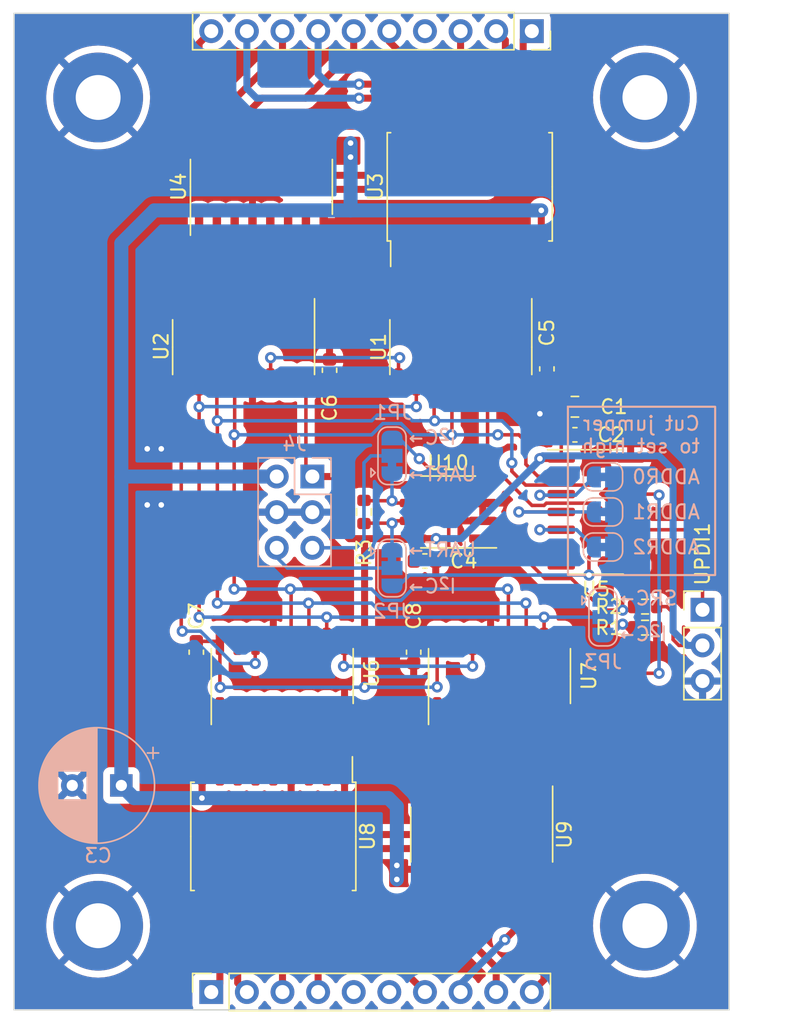
<source format=kicad_pcb>
(kicad_pcb (version 20221018) (generator pcbnew)
  (layers (0 "F.Cu" signal) (31 "B.Cu" signal) (34 "B.Paste" user) (35 "F.Paste" user) (36 "B.SilkS" user "B.Silkscreen") (37 "F.SilkS" user "F.Silkscreen") (38 "B.Mask" user) (39 "F.Mask" user) (44 "Edge.Cuts" user))
  (net 0 "")
  (net 1 "Net-(ADDR1-A)")
  (net 2 "GND")
  (net 3 "Net-(ADDR2-A)")
  (net 4 "VCC")
  (net 5 "Vdrive")
  (net 6 "/~{RST}{slash}UPDI")
  (net 7 "/SA")
  (net 8 "/SB")
  (net 9 "/SC")
  (net 10 "/SD")
  (net 11 "/C4H")
  (net 12 "/C4L")
  (net 13 "/C5H")
  (net 14 "/C5L")
  (net 15 "/SG")
  (net 16 "/SF")
  (net 17 "/SE")
  (net 19 "/C3H")
  (net 20 "/C3L")
  (net 21 "/C2H")
  (net 22 "/C2L")
  (net 23 "/C1H")
  (net 24 "/C1L")
  (net 25 "/RS485_A")
  (net 26 "/I^{2}C_SDA")
  (net 27 "/RS485_B")
  (net 28 "/I^{2}C_SCL")
  (net 29 "/~{SRCLR}")
  (net 30 "/D1")
  (net 31 "/D2")
  (net 32 "/D3")
  (net 33 "/D4")
  (net 34 "/D5")
  (net 35 "/D6")
  (net 36 "/D7")
  (net 37 "Net-(U1-QH')")
  (net 38 "/SRCLK")
  (net 39 "/RCLK")
  (net 40 "/SRIN")
  (net 41 "/D0")
  (net 42 "/D9")
  (net 43 "/D10")
  (net 44 "/D11")
  (net 45 "/D12")
  (net 46 "/D13")
  (net 47 "/D14")
  (net 48 "/D15")
  (net 49 "/SER'")
  (net 50 "/D8")
  (net 54 "/UART_RXD")
  (net 55 "/UART_TXD")
  (net 56 "/D17")
  (net 57 "/D18")
  (net 58 "/D19")
  (net 59 "/D20")
  (net 60 "/D21")
  (net 61 "/D22")
  (net 62 "/D23")
  (net 63 "Net-(U6-QH')")
  (net 64 "/D16")
  (net 65 "/D25")
  (net 66 "/D26")
  (net 67 "/D27")
  (net 68 "/D28")
  (net 69 "/D29")
  (net 70 "/D30")
  (net 71 "/D31")
  (net 72 "/SEROUT")
  (net 73 "/D24")
  (net 78 "Net-(JP3-B)")
  (net 81 "Net-(J4-Pin_6)")
  (net 82 "Net-(J4-Pin_5)")
  (net 83 "Net-(ADDR0-A)")
  (footprint "Package_SO:SOIC-18W_7.5x11.6mm_P1.27mm" (layer "F.Cu") (at 132.499 41.32 90)
    (fp_text reference "U3")
    (fp_text value "TBD62783A")
  )
  (footprint "Package_SO:SOIC-16_3.9x9.9mm_P1.27mm" (layer "F.Cu") (at 133.35 87.503 -90)
    (fp_text reference "U9")
    (fp_text value "ULN2003A")
  )
  (footprint "Package_SO:SOIC-16_3.9x9.9mm_P1.27mm" (layer "F.Cu") (at 131.864 52.75 -90)
    (fp_text reference "U1")
    (fp_text value "74HC595")
  )
  (footprint "Package_SO:SOIC-8_3.9x4.9mm_P1.27mm" (layer "F.Cu") (at 130.955 64.5 180)
    (fp_text reference "U10")
    (fp_text value "THVD1420D")
  )
  (footprint "Connector_PinHeader_2.54mm:PinHeader_1x03_P2.54mm_Vertical" (layer "F.Cu") (at 149.1 71.475)
    (fp_text reference "UPDI1")
    (fp_text value "Conn_01x03_Pin")
  )
  (footprint "Capacitor_SMD:C_0603_1608Metric" (layer "F.Cu") (at 129.3 68)
    (fp_text reference "C4")
    (fp_text value "100n")
  )
  (footprint "Package_SO:SOIC-14_3.9x8.7mm_P1.27mm" (layer "F.Cu") (at 141.5 64.5)
    (fp_text reference "U5")
    (fp_text value "ATtiny424-SS")
  )
  (footprint "Package_SO:SOIC-16_3.9x9.9mm_P1.27mm" (layer "F.Cu") (at 134.62 76.2 90)
    (fp_text reference "U7")
    (fp_text value "74HC595")
  )
  (footprint "Package_SO:SOIC-18W_7.5x11.6mm_P1.27mm" (layer "F.Cu") (at 118.491 87.63 -90)
    (fp_text reference "U8")
    (fp_text value "TBD62783A")
  )
  (footprint "Capacitor_SMD:C_0603_1608Metric" (layer "F.Cu") (at 128.5 74.5 -90)
    (fp_text reference "C8")
    (fp_text value "100n")
  )
  (footprint "Resistor_SMD:R_0603_1608Metric" (layer "F.Cu") (at 124.955 64.5 -90)
    (fp_text reference "R3")
    (fp_text value "R_{term}")
  )
  (footprint "Capacitor_SMD:C_0603_1608Metric" (layer "F.Cu") (at 140 59)
    (fp_text reference "C2")
    (fp_text value "100n")
  )
  (footprint "Connector_PinSocket_2.54mm:PinSocket_1x10_P2.54mm_Vertical" (layer "F.Cu") (at 114.065 98.73 90)
    (fp_text reference "J2" hide)
    (fp_text value "Conn_01x10_Pin" hide)
  )
  (footprint "MountingHole:MountingHole_3.2mm_M3_Pad" (layer "F.Cu") (at 144.99 94)
    (fp_text reference "H4" hide)
    (fp_text value "MountingHole" hide)
  )
  (footprint "Connector_PinSocket_2.54mm:PinSocket_1x10_P2.54mm_Vertical" (layer "F.Cu") (at 136.925 30.22 -90)
    (fp_text reference "J3" hide)
    (fp_text value "Conn_01x10_Pin" hide)
  )
  (footprint "Package_SO:SOIC-16_3.9x9.9mm_P1.27mm" (layer "F.Cu") (at 117.64 41.32 90)
    (fp_text reference "U4")
    (fp_text value "ULN2003A")
  )
  (footprint "Capacitor_SMD:C_0805_2012Metric" (layer "F.Cu") (at 140 57)
    (fp_text reference "C1")
    (fp_text value "22u")
  )
  (footprint "Package_SO:SOIC-16_3.9x9.9mm_P1.27mm" (layer "F.Cu") (at 119.126 76.2 90)
    (fp_text reference "U6")
    (fp_text value "74HC595")
  )
  (footprint "MountingHole:MountingHole_3.2mm_M3_Pad" (layer "F.Cu") (at 144.99 34.95)
    (fp_text reference "H2" hide)
    (fp_text value "MountingHole" hide)
  )
  (footprint "Resistor_SMD:R_0603_1608Metric" (layer "F.Cu") (at 145 72.75 180)
    (fp_text reference "R1")
    (fp_text value "100k")
  )
  (footprint "MountingHole:MountingHole_3.2mm_M3_Pad" (layer "F.Cu") (at 106 34.95)
    (fp_text reference "H1" hide)
    (fp_text value "MountingHole" hide)
  )
  (footprint "Resistor_SMD:R_0603_1608Metric" (layer "F.Cu") (at 145 71.25 180)
    (fp_text reference "R2")
    (fp_text value "100k")
  )
  (footprint "MountingHole:MountingHole_3.2mm_M3_Pad" (layer "F.Cu") (at 106 94)
    (fp_text reference "H3" hide)
    (fp_text value "MountingHole" hide)
  )
  (footprint "Package_SO:SOIC-16_3.9x9.9mm_P1.27mm" (layer "F.Cu") (at 116.37 52.75 -90)
    (fp_text reference "U2")
    (fp_text value "74HC595")
  )
  (footprint "Capacitor_SMD:C_0603_1608Metric" (layer "F.Cu") (at 138 54.3 90)
    (fp_text reference "C5")
    (fp_text value "100n")
  )
  (footprint "Capacitor_SMD:C_0603_1608Metric" (layer "F.Cu") (at 122.5 54.4 90)
    (fp_text reference "C6")
    (fp_text value "100n")
  )
  (footprint "Capacitor_SMD:C_0603_1608Metric" (layer "F.Cu") (at 113 74.5 -90)
    (fp_text reference "C7")
    (fp_text value "100n")
  )
  (footprint "Jumper:SolderJumper-3_P1.3mm_Bridged12_RoundedPad1.0x1.5mm" (layer "B.Cu") (at 142 72 -90)
    (fp_text reference "JP3")
    (fp_text value "SolderJumper_3_Bridged12" hide)
  )
  (footprint "Jumper:SolderJumper-2_P1.3mm_Bridged_RoundedPad1.0x1.5mm" (layer "B.Cu") (at 142 67)
    (fp_text reference "ADDR2")
    (fp_text value "ADDR2" hide)
  )
  (footprint "Connector_PinHeader_2.54mm:PinHeader_2x03_P2.54mm_Vertical" (layer "B.Cu") (at 121.275 61.975 180)
    (fp_text reference "J4")
    (fp_text value "BHR-06-VUA")
  )
  (footprint "Jumper:SolderJumper-2_P1.3mm_Bridged_RoundedPad1.0x1.5mm" (layer "B.Cu") (at 142 62)
    (fp_text reference "ADDR0")
    (fp_text value "ADDR0" hide)
  )
  (footprint "Jumper:SolderJumper-2_P1.3mm_Bridged_RoundedPad1.0x1.5mm" (layer "B.Cu") (at 142 64.5)
    (fp_text reference "ADDR1")
    (fp_text value "ADDR1" hide)
  )
  (footprint "Jumper:SolderJumper-3_P1.3mm_Bridged12_RoundedPad1.0x1.5mm" (layer "B.Cu") (at 126.955 60.5 90)
    (fp_text reference "JP1")
    (fp_text value "SolderJumper_3_Bridged12" hide)
  )
  (footprint "Capacitor_THT:CP_Radial_D8.0mm_P3.50mm" (layer "B.Cu") (at 107.652651 84 180)
    (fp_text reference "C3")
    (fp_text value "470u")
  )
  (footprint "Jumper:SolderJumper-3_P1.3mm_Bridged12_RoundedPad1.0x1.5mm" (layer "B.Cu") (at 126.955 68.5 -90)
    (fp_text reference "JP2")
    (fp_text value "SolderJumper_3_Bridged12" hide)
  )
  (gr_rect (start 139.5 57) (end 150 69) (stroke (width 0.15)) (fill none) (layer "B.SilkS"))
  (gr_rect locked (start 100 28.95) (end 150.99 100) (stroke (width 0.1)) (fill none) (layer "Edge.Cuts"))
  (gr_text "I^{2}C→\n" (at 143 73.2) (layer "B.SilkS") (effects (font (size 1 1)) (justify right mirror)))
  (gr_text "UART→" (at 127.955 67.2) (layer "B.SilkS") (effects (font (size 1 1)) (justify right mirror)))
  (gr_text "I^{2}C→\n" (at 127.955 69.8) (layer "B.SilkS") (effects (font (size 1 1)) (justify right mirror)))
  (gr_text "SRC→" (at 143 70.65) (layer "B.SilkS") (effects (font (size 1 1)) (justify right mirror)))
  (gr_text "I^{2}C→\n" (at 127.955 59.2) (layer "B.SilkS") (effects (font (size 1 1)) (justify right mirror)))
  (gr_text "UART→" (at 127.955 61.8) (layer "B.SilkS") (effects (font (size 1 1)) (justify right mirror)))
  (gr_text "Cut jumper\nto set high" (at 149 59) (layer "B.SilkS") (effects (font (size 1 1)) (justify left mirror)))
  (segment (start 139.025 64.5) (end 136 64.5) (width 0.25) (layer "F.Cu") (net 1))
  (via (at 136 64.5) (size 0.8) (drill 0.4) (layers "F.Cu" "B.Cu") (net 1))
  (segment (start 136 64.5) (end 141.35 64.5) (width 0.25) (layer "B.Cu") (net 1))
  (via (at 110.5 64) (size 0.8) (drill 0.4) (layers "F.Cu" "B.Cu") (net 2))
  (via (at 109.5 60) (size 0.8) (drill 0.4) (layers "F.Cu" "B.Cu") (net 2))
  (via (at 137.5 57.5) (size 0.8) (drill 0.4) (layers "F.Cu" "B.Cu") (net 2))
  (via (at 110.5 60) (size 0.8) (drill 0.4) (layers "F.Cu" "B.Cu") (net 2))
  (via (at 109.5 64) (size 0.8) (drill 0.4) (layers "F.Cu" "B.Cu") (net 2))
  (segment (start 139.025 65.77) (end 137.5 65.77) (width 0.25) (layer "F.Cu") (net 3))
  (via (at 137.5 65.77) (size 0.8) (drill 0.4) (layers "F.Cu" "B.Cu") (net 3))
  (segment (start 137.5 65.77) (end 140.12 65.77) (width 0.25) (layer "B.Cu") (net 3))
  (segment (start 140.12 65.77) (end 141.35 67) (width 0.25) (layer "B.Cu") (net 3))
  (segment (start 123.5 66) (end 123.5 62.5) (width 0.5) (layer "F.Cu") (net 4))
  (segment (start 120.815 55.225) (end 120.815 61.515) (width 0.25) (layer "F.Cu") (net 4))
  (segment (start 123.905 66.405) (end 123.5 66) (width 0.5) (layer "F.Cu") (net 4))
  (segment (start 130.175 73.725) (end 130.175 76.975) (width 0.25) (layer "F.Cu") (net 4))
  (segment (start 128.48 66.405) (end 125 66.405) (width 0.5) (layer "F.Cu") (net 4))
  (segment (start 128.5 73.725) (end 130.175 73.725) (width 0.25) (layer "F.Cu") (net 4))
  (segment (start 120.815 61.515) (end 121.275 61.975) (width 0.25) (layer "F.Cu") (net 4))
  (segment (start 125.025 76.975) (end 125 77) (width 0.25) (layer "F.Cu") (net 4))
  (segment (start 137.925 55.225) (end 136.309 55.225) (width 0.25) (layer "F.Cu") (net 4))
  (segment (start 128.525 68) (end 128.525 66.45) (width 0.25) (layer "F.Cu") (net 4))
  (segment (start 145.825 71.25) (end 146.55 71.25) (width 0.25) (layer "F.Cu") (net 4))
  (segment (start 125 66.405) (end 123.905 66.405) (width 0.5) (layer "F.Cu") (net 4))
  (segment (start 114.681 76.981) (end 114.681 73.725) (width 0.25) (layer "F.Cu") (net 4))
  (segment (start 129.037684 66.405) (end 128.48 66.405) (width 0.5) (layer "F.Cu") (net 4))
  (segment (start 122.975 61.975) (end 121.275 61.975) (width 0.5) (layer "F.Cu") (net 4))
  (segment (start 129.042684 66.4) (end 129.037684 66.405) (width 0.5) (layer "F.Cu") (net 4))
  (segment (start 139.025 57.025) (end 139.05 57) (width 0.25) (layer "F.Cu") (net 4))
  (segment (start 139.05 56.35) (end 137.925 55.225) (width 0.25) (layer "F.Cu") (net 4))
  (segment (start 122.5 55.175) (end 120.865 55.175) (width 0.25) (layer "F.Cu") (net 4))
  (segment (start 139.025 60.69) (end 137.51 60.69) (width 0.5) (layer "F.Cu") (net 4))
  (segment (start 128.525 66.45) (end 128.48 66.405) (width 0.25) (layer "F.Cu") (net 4))
  (segment (start 137.51 60.69) (end 137.5 60.7) (width 0.5) (layer "F.Cu") (net 4))
  (segment (start 130.2 77) (end 130.175 76.975) (width 0.25) (layer "F.Cu") (net 4))
  (segment (start 125 66.405) (end 125 77) (width 0.5) (layer "F.Cu") (net 4))
  (segment (start 113 73.725) (end 114.681 73.725) (width 0.25) (layer "F.Cu") (net 4))
  (segment (start 147.415 74.015) (end 149.1 74.015) (width 0.25) (layer "F.Cu") (net 4))
  (segment (start 114.7 77) (end 114.681 76.981) (width 0.25) (layer "F.Cu") (net 4))
  (segment (start 146.55 71.25) (end 147 71.7) (width 0.25) (layer "F.Cu") (net 4))
  (segment (start 120.865 55.175) (end 120.815 55.225) (width 0.25) (layer "F.Cu") (net 4))
  (segment (start 147 73.6) (end 147.415 74.015) (width 0.25) (layer "F.Cu") (net 4))
  (segment (start 139.025 60.69) (end 139.025 57.025) (width 0.25) (layer "F.Cu") (net 4))
  (segment (start 139.05 57) (end 139.05 56.35) (width 0.25) (layer "F.Cu") (net 4))
  (segment (start 123.5 62.5) (end 122.975 61.975) (width 0.5) (layer "F.Cu") (net 4))
  (segment (start 130.1 66.4) (end 129.042684 66.4) (width 0.5) (layer "F.Cu") (net 4))
  (segment (start 136.359 55.175) (end 136.309 55.225) (width 0.25) (layer "F.Cu") (net 4))
  (segment (start 137.5 60.7) (end 137.49 60.69) (width 0.5) (layer "F.Cu") (net 4))
  (segment (start 147 71.7) (end 147 73.6) (width 0.25) (layer "F.Cu") (net 4))
  (via (at 130.175 76.975) (size 0.8) (drill 0.4) (layers "F.Cu" "B.Cu") (net 4))
  (via (at 125 77) (size 0.8) (drill 0.4) (layers "F.Cu" "B.Cu") (net 4))
  (via (at 137.5 60.7) (size 0.8) (drill 0.4) (layers "F.Cu" "B.Cu") (net 4))
  (via (at 130.1 66.4) (size 0.8) (drill 0.4) (layers "F.Cu" "B.Cu") (net 4))
  (via (at 114.7 77) (size 0.8) (drill 0.4) (layers "F.Cu" "B.Cu") (net 4))
  (segment (start 146 60.5) (end 147 61.5) (width 0.5) (layer "B.Cu") (net 4))
  (segment (start 137.7 60.5) (end 146 60.5) (width 0.5) (layer "B.Cu") (net 4))
  (segment (start 130.1 66.4) (end 131.9 66.4) (width 0.5) (layer "B.Cu") (net 4))
  (segment (start 131.9 66.4) (end 137.5 60.8) (width 0.5) (layer "B.Cu") (net 4))
  (segment (start 130.175 76.975) (end 130.15 77) (width 0.25) (layer "B.Cu") (net 4))
  (segment (start 130.15 77) (end 125 77) (width 0.25) (layer "B.Cu") (net 4))
  (segment (start 147 73) (end 148.015 74.015) (width 0.5) (layer "B.Cu") (net 4))
  (segment (start 125 77) (end 114.7 77) (width 0.25) (layer "B.Cu") (net 4))
  (segment (start 148.015 74.015) (end 149.1 74.015) (width 0.5) (layer "B.Cu") (net 4))
  (segment (start 147 61.5) (end 147 73) (width 0.5) (layer "B.Cu") (net 4))
  (segment (start 137.5 60.8) (end 137.5 60.7) (width 0.5) (layer "B.Cu") (net 4))
  (segment (start 137.5 60.7) (end 137.7 60.5) (width 0.5) (layer "B.Cu") (net 4))
  (segment (start 113.411 84.889) (end 113.411 82.98) (width 0.5) (layer "F.Cu") (net 5))
  (segment (start 137.6 45.949) (end 137.579 45.97) (width 0.5) (layer "F.Cu") (net 5))
  (segment (start 113.4 84.9) (end 113.411 84.889) (width 0.5) (layer "F.Cu") (net 5))
  (segment (start 118.425 61.975) (end 118.3 62.1) (width 0.25) (layer "F.Cu") (net 5))
  (segment (start 118.735 61.975) (end 118.425 61.975) (width 0.25) (layer "F.Cu") (net 5))
  (segment (start 137.6 43) (end 137.6 45.949) (width 0.5) (layer "F.Cu") (net 5))
  (via (at 124 39.2) (size 0.8) (drill 0.4) (layers "F.Cu" "B.Cu") (net 5))
  (via (at 113.4 84.9) (size 0.8) (drill 0.4) (layers "F.Cu" "B.Cu") (net 5))
  (via (at 127.3 90.7) (size 0.8) (drill 0.4) (layers "F.Cu" "B.Cu") (net 5))
  (via (at 127.3 89.7) (size 0.8) (drill 0.4) (layers "F.Cu" "B.Cu") (net 5))
  (via (at 124 38.2) (size 0.8) (drill 0.4) (layers "F.Cu" "B.Cu") (net 5))
  (via (at 137.6 43) (size 0.8) (drill 0.4) (layers "F.Cu" "B.Cu") (net 5))
  (segment (start 107.652651 62) (end 107.652651 45.347349) (width 1) (layer "B.Cu") (net 5))
  (segment (start 110 43) (end 124 43) (width 1) (layer "B.Cu") (net 5))
  (segment (start 107.652651 84) (end 108.552651 84.9) (width 1) (layer "B.Cu") (net 5))
  (segment (start 124 38.2) (end 124 43) (width 1) (layer "B.Cu") (net 5))
  (segment (start 107.652651 84) (end 107.652651 62) (width 1) (layer "B.Cu") (net 5))
  (segment (start 127.3 85.5) (end 127.3 90.7) (width 1) (layer "B.Cu") (net 5))
  (segment (start 107.652651 45.347349) (end 110 43) (width 1) (layer "B.Cu") (net 5))
  (segment (start 108.552651 84.9) (end 126.7 84.9) (width 1) (layer "B.Cu") (net 5))
  (segment (start 107.677651 61.975) (end 118.735 61.975) (width 1) (layer "B.Cu") (net 5))
  (segment (start 107.652651 62) (end 107.677651 61.975) (width 0.5) (layer "B.Cu") (net 5))
  (segment (start 126.7 84.9) (end 127.3 85.5) (width 1) (layer "B.Cu") (net 5))
  (segment (start 124 43) (end 137.6 43) (width 1) (layer "B.Cu") (net 5))
  (segment (start 148.07 65.77) (end 143.975 65.77) (width 0.25) (layer "F.Cu") (net 6))
  (segment (start 149.1 66.8) (end 148.07 65.77) (width 0.25) (layer "F.Cu") (net 6))
  (segment (start 149.1 71.475) (end 149.1 66.8) (width 0.25) (layer "F.Cu") (net 6))
  (segment (start 114.681 90.019) (end 114.681 92.28) (width 0.5) (layer "F.Cu") (net 7))
  (segment (start 114.681 92.28) (end 114.681 98.114) (width 0.5) (layer "F.Cu") (net 7))
  (segment (start 117.2 87.5) (end 114.681 90.019) (width 0.5) (layer "F.Cu") (net 7))
  (segment (start 130.4 87.5) (end 117.2 87.5) (width 0.5) (layer "F.Cu") (net 7))
  (segment (start 114.681 98.114) (end 114.065 98.73) (width 0.5) (layer "F.Cu") (net 7))
  (segment (start 131.445 88.545) (end 130.4 87.5) (width 0.5) (layer "F.Cu") (net 7))
  (segment (start 131.445 89.978) (end 131.445 88.545) (width 0.5) (layer "F.Cu") (net 7))
  (segment (start 115.951 98.076) (end 116.605 98.73) (width 0.5) (layer "F.Cu") (net 8))
  (segment (start 129.8 88.5) (end 130.175 88.875) (width 0.5) (layer "F.Cu") (net 8))
  (segment (start 115.951 92.28) (end 115.951 90.35905) (width 0.5) (layer "F.Cu") (net 8))
  (segment (start 117.81005 88.5) (end 129.8 88.5) (width 0.5) (layer "F.Cu") (net 8))
  (segment (start 115.951 92.28) (end 115.951 98.076) (width 0.5) (layer "F.Cu") (net 8))
  (segment (start 115.951 90.35905) (end 117.81005 88.5) (width 0.5) (layer "F.Cu") (net 8))
  (segment (start 130.175 88.875) (end 130.175 89.978) (width 0.5) (layer "F.Cu") (net 8))
  (segment (start 132.715 89.978) (end 132.715 91.585) (width 0.5) (layer "F.Cu") (net 9))
  (segment (start 125.2 89.5) (end 118.45 89.5) (width 0.5) (layer "F.Cu") (net 9))
  (segment (start 117.221 92.28) (end 117.221 94.421) (width 0.5) (layer "F.Cu") (net 9))
  (segment (start 132.3 92) (end 126.4 92) (width 0.5) (layer "F.Cu") (net 9))
  (segment (start 117.221 90.729) (end 117.221 92.28) (width 0.5) (layer "F.Cu") (net 9))
  (segment (start 126 90.3) (end 125.2 89.5) (width 0.5) (layer "F.Cu") (net 9))
  (segment (start 132.715 91.585) (end 132.3 92) (width 0.5) (layer "F.Cu") (net 9))
  (segment (start 126.4 92) (end 126 91.6) (width 0.5) (layer "F.Cu") (net 9))
  (segment (start 117.221 94.421) (end 119.145 96.345) (width 0.5) (layer "F.Cu") (net 9))
  (segment (start 126 91.6) (end 126 90.3) (width 0.5) (layer "F.Cu") (net 9))
  (segment (start 118.45 89.5) (end 117.221 90.729) (width 0.5) (layer "F.Cu") (net 9))
  (segment (start 119.145 96.345) (end 119.145 98.73) (width 0.5) (layer "F.Cu") (net 9))
  (segment (start 125.9 93.1) (end 133 93.1) (width 0.5) (layer "F.Cu") (net 10))
  (segment (start 118.491 93.791) (end 121.685 96.985) (width 0.5) (layer "F.Cu") (net 10))
  (segment (start 118.491 92.28) (end 118.491 93.791) (width 0.5) (layer "F.Cu") (net 10))
  (segment (start 133.985 92.115) (end 133.985 89.978) (width 0.5) (layer "F.Cu") (net 10))
  (segment (start 118.491 92.28) (end 118.491 91.009) (width 0.5) (layer "F.Cu") (net 10))
  (segment (start 124.6 90.5) (end 125 90.9) (width 0.5) (layer "F.Cu") (net 10))
  (segment (start 121.685 96.985) (end 121.685 98.73) (width 0.5) (layer "F.Cu") (net 10))
  (segment (start 133 93.1) (end 133.985 92.115) (width 0.5) (layer "F.Cu") (net 10))
  (segment (start 119 90.5) (end 124.6 90.5) (width 0.5) (layer "F.Cu") (net 10))
  (segment (start 125 92.2) (end 125.9 93.1) (width 0.5) (layer "F.Cu") (net 10))
  (segment (start 118.491 91.009) (end 119 90.5) (width 0.5) (layer "F.Cu") (net 10))
  (segment (start 125 90.9) (end 125 92.2) (width 0.5) (layer "F.Cu") (net 10))
  (segment (start 121.031 94.531) (end 121.031 92.28) (width 0.5) (layer "F.Cu") (net 11))
  (segment (start 129.305 98.73) (end 126.575 96) (width 0.5) (layer "F.Cu") (net 11))
  (segment (start 126.575 96) (end 122.5 96) (width 0.5) (layer "F.Cu") (net 11))
  (segment (start 122.5 96) (end 121.031 94.531) (width 0.5) (layer "F.Cu") (net 11))
  (segment (start 135 95) (end 136.525 93.475) (width 0.5) (layer "F.Cu") (net 12))
  (segment (start 136.525 93.475) (end 136.525 89.978) (width 0.5) (layer "F.Cu") (net 12))
  (via (at 135 95) (size 0.8) (drill 0.4) (layers "F.Cu" "B.Cu") (net 12))
  (segment (start 131.845 98.155) (end 131.845 98.73) (width 0.5) (layer "B.Cu") (net 12))
  (segment (start 135 95) (end 131.845 98.155) (width 0.5) (layer "B.Cu") (net 12))
  (segment (start 122.3 94) (end 122.8 94.5) (width 0.5) (layer "F.Cu") (net 13))
  (segment (start 122.301 92.28) (end 122.301 93.999) (width 0.5) (layer "F.Cu") (net 13))
  (segment (start 134.385 96.985) (end 134.385 98.73) (width 0.5) (layer "F.Cu") (net 13))
  (segment (start 122.8 94.5) (end 131.9 94.5) (width 0.5) (layer "F.Cu") (net 13))
  (segment (start 122.301 93.999) (end 122.3 94) (width 0.5) (layer "F.Cu") (net 13))
  (segment (start 131.9 94.5) (end 134.385 96.985) (width 0.5) (layer "F.Cu") (net 13))
  (segment (start 137.795 89.978) (end 137.795 97.86) (width 0.5) (layer "F.Cu") (net 14))
  (segment (start 137.795 97.86) (end 136.925 98.73) (width 0.5) (layer "F.Cu") (net 14))
  (segment (start 136.309 38.891) (end 136.309 36.67) (width 0.5) (layer "F.Cu") (net 15))
  (segment (start 133.7 41.5) (end 136.309 38.891) (width 0.5) (layer "F.Cu") (net 15))
  (segment (start 118.275 40.275) (end 119.5 41.5) (width 0.5) (layer "F.Cu") (net 15))
  (segment (start 136.309 30.836) (end 136.925 30.22) (width 0.5) (layer "F.Cu") (net 15))
  (segment (start 119.5 41.5) (end 133.7 41.5) (width 0.5) (layer "F.Cu") (net 15))
  (segment (start 136.309 36.67) (end 136.309 30.836) (width 0.5) (layer "F.Cu") (net 15))
  (segment (start 118.275 38.845) (end 118.275 40.275) (width 0.5) (layer "F.Cu") (net 15))
  (segment (start 119.545 39.945) (end 120.1 40.5) (width 0.5) (layer "F.Cu") (net 16))
  (segment (start 135.039 30.874) (end 134.385 30.22) (width 0.5) (layer "F.Cu") (net 16))
  (segment (start 135.039 36.67) (end 135.039 30.874) (width 0.5) (layer "F.Cu") (net 16))
  (segment (start 135.039 38.597734) (end 135.039 36.67) (width 0.5) (layer "F.Cu") (net 16))
  (segment (start 119.545 38.845) (end 119.545 39.945) (width 0.5) (layer "F.Cu") (net 16))
  (segment (start 133.136734 40.5) (end 135.039 38.597734) (width 0.5) (layer "F.Cu") (net 16))
  (segment (start 120.1 40.5) (end 133.136734 40.5) (width 0.5) (layer "F.Cu") (net 16))
  (segment (start 120.815 38.845) (end 120.815 37.685) (width 0.5) (layer "F.Cu") (net 17))
  (segment (start 120.815 37.685) (end 121.5 37) (width 0.5) (layer "F.Cu") (net 17))
  (segment (start 131.845 30.22) (end 131.845 32.545) (width 0.5) (layer "F.Cu") (net 17))
  (segment (start 125 37) (end 125.5 37.5) (width 0.5) (layer "F.Cu") (net 17))
  (segment (start 126 39) (end 133.1 39) (width 0.5) (layer "F.Cu") (net 17))
  (segment (start 125.5 37.5) (end 125.5 38.5) (width 0.5) (layer "F.Cu") (net 17))
  (segment (start 133.1 39) (end 133.769 38.331) (width 0.5) (layer "F.Cu") (net 17))
  (segment (start 131.845 32.545) (end 133.769 34.469) (width 0.5) (layer "F.Cu") (net 17))
  (segment (start 133.769 38.331) (end 133.769 36.67) (width 0.5) (layer "F.Cu") (net 17))
  (segment (start 121.5 37) (end 125 37) (width 0.5) (layer "F.Cu") (net 17))
  (segment (start 125.5 38.5) (end 126 39) (width 0.5) (layer "F.Cu") (net 17))
  (segment (start 133.769 34.469) (end 133.769 36.67) (width 0.5) (layer "F.Cu") (net 17))
  (segment (start 126.765 30.965) (end 126.765 30.22) (width 0.5) (layer "F.Cu") (net 19))
  (segment (start 131.229 36.67) (end 131.229 35.429) (width 0.5) (layer "F.Cu") (net 19))
  (segment (start 131.229 35.429) (end 126.765 30.965) (width 0.5) (layer "F.Cu") (net 19))
  (segment (start 120.8 35) (end 124.225 31.575) (width 0.5) (layer "F.Cu") (net 20))
  (segment (start 115.735 36.965) (end 117.7 35) (width 0.5) (layer "F.Cu") (net 20))
  (segment (start 115.735 38.845) (end 115.735 36.965) (width 0.5) (layer "F.Cu") (net 20))
  (segment (start 124.225 31.575) (end 124.225 30.22) (width 0.5) (layer "F.Cu") (net 20))
  (segment (start 117.7 35) (end 120.8 35) (width 0.5) (layer "F.Cu") (net 20))
  (segment (start 129.959 36.67) (end 129.959 35.559) (width 0.5) (layer "F.Cu") (net 21))
  (segment (start 128.4 34) (end 124.6 34) (width 0.5) (layer "F.Cu") (net 21))
  (segment (start 129.959 35.559) (end 128.4 34) (width 0.5) (layer "F.Cu") (net 21))
  (via (at 124.6 34) (size 0.8) (drill 0.4) (layers "F.Cu" "B.Cu") (net 21))
  (segment (start 122.4 34) (end 121.685 33.285) (width 0.5) (layer "B.Cu") (net 21))
  (segment (start 121.685 33.285) (end 121.685 30.22) (width 0.5) (layer "B.Cu") (net 21))
  (segment (start 124.6 34) (end 122.4 34) (width 0.5) (layer "B.Cu") (net 21))
  (segment (start 114.465 36.335) (end 119.145 31.655) (width 0.5) (layer "F.Cu") (net 22))
  (segment (start 119.145 31.655) (end 119.145 30.22) (width 0.5) (layer "F.Cu") (net 22))
  (segment (start 114.465 38.845) (end 114.465 36.335) (width 0.5) (layer "F.Cu") (net 22))
  (segment (start 128.689 35.689) (end 128 35) (width 0.5) (layer "F.Cu") (net 23))
  (segment (start 128.689 36.67) (end 128.689 35.689) (width 0.5) (layer "F.Cu") (net 23))
  (segment (start 128 35) (end 124.6 35) (width 0.5) (layer "F.Cu") (net 23))
  (via (at 124.6 35) (size 0.8) (drill 0.4) (layers "F.Cu" "B.Cu") (net 23))
  (segment (start 117.3 35) (end 116.605 34.305) (width 0.5) (layer "B.Cu") (net 23))
  (segment (start 116.605 34.305) (end 116.605 30.22) (width 0.5) (layer "B.Cu") (net 23))
  (segment (start 124.6 35) (end 117.3 35) (width 0.5) (layer "B.Cu") (net 23))
  (segment (start 113.195 38.845) (end 113.195 31.09) (width 0.5) (layer "F.Cu") (net 24))
  (segment (start 113.195 31.09) (end 114.065 30.22) (width 0.5) (layer "F.Cu") (net 24))
  (segment (start 128.48 63.865) (end 127.12 63.865) (width 0.25) (layer "F.Cu") (net 25))
  (segment (start 126.955 63.7) (end 124.98 63.7) (width 0.25) (layer "F.Cu") (net 25))
  (segment (start 124.98 63.7) (end 124.955 63.675) (width 0.25) (layer "F.Cu") (net 25))
  (segment (start 127.12 63.865) (end 126.955 63.7) (width 0.25) (layer "F.Cu") (net 25))
  (via (at 126.955 63.7) (size 0.8) (drill 0.4) (layers "F.Cu" "B.Cu") (net 25))
  (segment (start 126.955 63.7) (end 126.955 61.8) (width 0.25) (layer "B.Cu") (net 25))
  (segment (start 131 67) (end 131.75 67.75) (width 0.25) (layer "F.Cu") (net 26))
  (segment (start 137.875 69.25) (end 139.75 69.25) (width 0.25) (layer "F.Cu") (net 26))
  (segment (start 143.4 68.885) (end 143.975 68.31) (width 0.25) (layer "F.Cu") (net 26))
  (segment (start 128.9 60.7) (end 131 62.8) (width 0.25) (layer "F.Cu") (net 26))
  (segment (start 136.375 67.75) (end 137.875 69.25) (width 0.25) (layer "F.Cu") (net 26))
  (segment (start 131.75 67.75) (end 136.375 67.75) (width 0.25) (layer "F.Cu") (net 26))
  (segment (start 139.75 69.25) (end 142 71.5) (width 0.25) (layer "F.Cu") (net 26))
  (segment (start 142 71.5) (end 143.4 71.5) (width 0.25) (layer "F.Cu") (net 26))
  (segment (start 143.4 71.5) (end 143.4 68.885) (width 0.25) (layer "F.Cu") (net 26))
  (segment (start 131 62.8) (end 131 67) (width 0.25) (layer "F.Cu") (net 26))
  (segment (start 143.4 71.5) (end 144.175 71.5) (width 0.25) (layer "F.Cu") (net 26))
  (via (at 143.4 71.5) (size 0.8) (drill 0.4) (layers "F.Cu" "B.Cu") (net 26))
  (via (at 128.9 60.7) (size 0.8) (drill 0.4) (layers "F.Cu" "B.Cu") (net 26))
  (segment (start 128.9 60.7) (end 127.4 59.2) (width 0.25) (layer "B.Cu") (net 26))
  (segment (start 142.6 70.7) (end 142 70.7) (width 0.25) (layer "B.Cu") (net 26))
  (segment (start 127.4 59.2) (end 126.955 59.2) (width 0.25) (layer "B.Cu") (net 26))
  (segment (start 143.4 71.5) (end 142.6 70.7) (width 0.25) (layer "B.Cu") (net 26))
  (segment (start 127.12 65.135) (end 126.955 65.3) (width 0.25) (layer "F.Cu") (net 27))
  (segment (start 126.955 65.3) (end 124.98 65.3) (width 0.25) (layer "F.Cu") (net 27))
  (segment (start 124.98 65.3) (end 124.955 65.325) (width 0.25) (layer "F.Cu") (net 27))
  (segment (start 128.48 65.135) (end 127.12 65.135) (width 0.25) (layer "F.Cu") (net 27))
  (via (at 126.955 65.3) (size 0.8) (drill 0.4) (layers "F.Cu" "B.Cu") (net 27))
  (segment (start 126.955 65.3) (end 126.955 67.2) (width 0.25) (layer "B.Cu") (net 27))
  (segment (start 141.66 67.04) (end 143.975 67.04) (width 0.25) (layer "F.Cu") (net 28))
  (segment (start 141 67.7) (end 141.66 67.04) (width 0.25) (layer "F.Cu") (net 28))
  (segment (start 141 69) (end 141 67.7) (width 0.25) (layer "F.Cu") (net 28))
  (via (at 141 69) (size 0.8) (drill 0.4) (layers "F.Cu" "B.Cu") (net 28))
  (segment (start 128.2 69) (end 127.4 69.8) (width 0.25) (layer "B.Cu") (net 28))
  (segment (start 141 69) (end 128.2 69) (width 0.25) (layer "B.Cu") (net 28))
  (segment (start 127.4 69.8) (end 126.955 69.8) (width 0.25) (layer "B.Cu") (net 28))
  (segment (start 122.3 72) (end 122.3 73.724) (width 0.25) (layer "F.Cu") (net 29))
  (segment (start 113.195 56.995) (end 113.195 55.225) (width 0.25) (layer "F.Cu") (net 29))
  (segment (start 128.689 55.225) (end 128.689 56.989) (width 0.25) (layer "F.Cu") (net 29))
  (segment (start 113.2 57) (end 113.2 72) (width 0.25) (layer "F.Cu") (net 29))
  (segment (start 137.8 73.72) (end 137.795 73.725) (width 0.25) (layer "F.Cu") (net 29))
  (segment (start 128.7 57) (end 128.689 56.989) (width 0.25) (layer "F.Cu") (net 29))
  (segment (start 113.2 57) (end 113.195 56.995) (width 0.25) (layer "F.Cu") (net 29))
  (segment (start 137.8 72) (end 137.8 73.72) (width 0.25) (layer "F.Cu") (net 29))
  (segment (start 122.3 73.724) (end 122.301 73.725) (width 0.25) (layer "F.Cu") (net 29))
  (via (at 122.3 72) (size 0.8) (drill 0.4) (layers "F.Cu" "B.Cu") (net 29))
  (via (at 113.2 72) (size 0.8) (drill 0.4) (layers "F.Cu" "B.Cu") (net 29))
  (via (at 128.689 56.989) (size 0.8) (drill 0.4) (layers "F.Cu" "B.Cu") (net 29))
  (via (at 113.2 57) (size 0.8) (drill 0.4) (layers "F.Cu" "B.Cu") (net 29))
  (via (at 137.8 72) (size 0.8) (drill 0.4) (layers "F.Cu" "B.Cu") (net 29))
  (segment (start 113.2 57) (end 113.211 56.989) (width 0.25) (layer "B.Cu") (net 29))
  (segment (start 113.2 72) (end 122.3 72) (width 0.25) (layer "B.Cu") (net 29))
  (segment (start 122.3 72) (end 137.8 72) (width 0.25) (layer "B.Cu") (net 29))
  (segment (start 137.8 72) (end 142 72) (width 0.25) (layer "B.Cu") (net 29))
  (segment (start 113.211 56.989) (end 128.689 56.989) (width 0.25) (layer "B.Cu") (net 29))
  (segment (start 136.309 50.275) (end 136.309 45.97) (width 0.25) (layer "F.Cu") (net 30))
  (segment (start 135.039 50.275) (end 135.039 45.97) (width 0.25) (layer "F.Cu") (net 31))
  (segment (start 133.769 50.275) (end 133.769 45.97) (width 0.25) (layer "F.Cu") (net 32))
  (segment (start 131.229 50.275) (end 131.229 45.97) (width 0.25) (layer "F.Cu") (net 34))
  (segment (start 129.959 50.275) (end 129.959 45.97) (width 0.25) (layer "F.Cu") (net 35))
  (segment (start 128.689 50.275) (end 128.689 45.97) (width 0.25) (layer "F.Cu") (net 36))
  (segment (start 118.3 55.2) (end 118.275 55.225) (width 0.25) (layer "F.Cu") (net 37))
  (segment (start 127.419 53.581) (end 127.5 53.5) (width 0.25) (layer "F.Cu") (net 37))
  (segment (start 118.3 53.5) (end 118.3 55.2) (width 0.25) (layer "F.Cu") (net 37))
  (segment (start 127.419 55.225) (end 127.419 53.581) (width 0.25) (layer "F.Cu") (net 37))
  (via (at 118.3 53.5) (size 0.8) (drill 0.4) (layers "F.Cu" "B.Cu") (net 37))
  (via (at 127.5 53.5) (size 0.8) (drill 0.4) (layers "F.Cu" "B.Cu") (net 37))
  (segment (start 127.5 53.5) (end 118.3 53.5) (width 0.25) (layer "B.Cu") (net 37))
  (segment (start 114.5 58) (end 114.465 57.965) (width 0.25) (layer "F.Cu") (net 38))
  (segment (start 129.959 55.225) (end 129.959 57.959) (width 0.25) (layer "F.Cu") (net 38))
  (segment (start 135.5 61.6) (end 136.485 62.585) (width 0.25) (layer "F.Cu") (net 38))
  (segment (start 114.5 58) (end 114.5 71) (width 0.25) (layer "F.Cu") (net 38))
  (segment (start 136.525 71.025) (end 136.525 73.725) (width 0.25) (layer "F.Cu") (net 38))
  (segment (start 142.0575 61.96) (end 143.975 61.96) (width 0.25) (layer "F.Cu") (net 38))
  (segment (start 136.485 62.585) (end 141.4325 62.585) (width 0.25) (layer "F.Cu") (net 38))
  (segment (start 129.959 57.959) (end 130 58) (width 0.25) (layer "F.Cu") (net 38))
  (segment (start 136.5 71) (end 136.525 71.025) (width 0.25) (layer "F.Cu") (net 38))
  (segment (start 135.5 61) (end 135.5 61.6) (width 0.25) (layer "F.Cu") (net 38))
  (segment (start 121.031 71.031) (end 121.031 73.725) (width 0.25) (layer "F.Cu") (net 38))
  (segment (start 141.4325 62.585) (end 142.0575 61.96) (width 0.25) (layer "F.Cu") (net 38))
  (segment (start 121 71) (end 121.031 71.031) (width 0.25) (layer "F.Cu") (net 38))
  (segment (start 114.465 57.965) (end 114.465 55.225) (width 0.25) (layer "F.Cu") (net 38))
  (via (at 130 58) (size 0.8) (drill 0.4) (layers "F.Cu" "B.Cu") (net 38))
  (via (at 114.5 58) (size 0.8) (drill 0.4) (layers "F.Cu" "B.Cu") (net 38))
  (via (at 135.5 61) (size 0.8) (drill 0.4) (layers "F.Cu" "B.Cu") (net 38))
  (via (at 136.5 71) (size 0.8) (drill 0.4) (layers "F.Cu" "B.Cu") (net 38))
  (via (at 114.5 71) (size 0.8) (drill 0.4) (layers "F.Cu" "B.Cu") (net 38))
  (via (at 121 71) (size 0.8) (drill 0.4) (layers "F.Cu" "B.Cu") (net 38))
  (segment (start 128.3 71) (end 136.5 71) (width 0.25) (layer "B.Cu") (net 38))
  (segment (start 125.5 58) (end 114.5 58) (width 0.25) (layer "B.Cu") (net 38))
  (segment (start 125.5 71) (end 125.9 71.4) (width 0.25) (layer "B.Cu") (net 38))
  (segment (start 125.9 57.6) (end 125.5 58) (width 0.25) (layer "B.Cu") (net 38))
  (segment (start 114.5 71) (end 121 71) (width 0.25) (layer "B.Cu") (net 38))
  (segment (start 130 58) (end 128.4 58) (width 0.25) (layer "B.Cu") (net 38))
  (segment (start 128.4 58) (end 128 57.6) (width 0.25) (layer "B.Cu") (net 38))
  (segment (start 134.8 58) (end 130 58) (width 0.25) (layer "B.Cu") (net 38))
  (segment (start 135.5 61) (end 135.5 58.7) (width 0.25) (layer "B.Cu") (net 38))
  (segment (start 125.9 71.4) (end 127.9 71.4) (width 0.25) (layer "B.Cu") (net 38))
  (segment (start 127.9 71.4) (end 128.3 71) (width 0.25) (layer "B.Cu") (net 38))
  (segment (start 128 57.6) (end 125.9 57.6) (width 0.25) (layer "B.Cu") (net 38))
  (segment (start 135.5 58.7) (end 134.8 58) (width 0.25) (layer "B.Cu") (net 38))
  (segment (start 121 71) (end 125.5 71) (width 0.25) (layer "B.Cu") (net 38))
  (segment (start 131.2 59) (end 131.229 58.971) (width 0.25) (layer "F.Cu") (net 39))
  (segment (start 137.36 61.96) (end 139.025 61.96) (width 0.25) (layer "F.Cu") (net 39))
  (segment (start 136.5 59.5) (end 136.5 61.1) (width 0.25) (layer "F.Cu") (net 39))
  (segment (start 135.255 70.055) (end 135.255 73.725) (width 0.25) (layer "F.Cu") (net 39))
  (segment (start 115.735 58.965) (end 115.7 59) (width 0.25) (layer "F.Cu") (net 39))
  (segment (start 115.735 55.225) (end 115.735 58.965) (width 0.25) (layer "F.Cu") (net 39))
  (segment (start 119.761 70.061) (end 119.761 73.725) (width 0.25) (layer "F.Cu") (net 39))
  (segment (start 119.7 70) (end 119.761 70.061) (width 0.25) (layer "F.Cu") (net 39))
  (segment (start 136 59) (end 136.5 59.5) (width 0.25) (layer "F.Cu") (net 39))
  (segment (start 115.7 59) (end 115.7 70) (width 0.25) (layer "F.Cu") (net 39))
  (segment (start 134.5 59) (end 136 59) (width 0.25) (layer "F.Cu") (net 39))
  (segment (start 135.2 70) (end 135.255 70.055) (width 0.25) (layer "F.Cu") (net 39))
  (segment (start 131.229 58.971) (end 131.229 55.225) (width 0.25) (layer "F.Cu") (net 39))
  (segment (start 136.5 61.1) (end 137.36 61.96) (width 0.25) (layer "F.Cu") (net 39))
  (via (at 119.7 70) (size 0.8) (drill 0.4) (layers "F.Cu" "B.Cu") (net 39))
  (via (at 131.2 59) (size 0.8) (drill 0.4) (layers "F.Cu" "B.Cu") (net 39))
  (via (at 134.5 59) (size 0.8) (drill 0.4) (layers "F.Cu" "B.Cu") (net 39))
  (via (at 135.2 70) (size 0.8) (drill 0.4) (layers "F.Cu" "B.Cu") (net 39))
  (via (at 115.7 59) (size 0.8) (drill 0.4) (layers "F.Cu" "B.Cu") (net 39))
  (via (at 115.7 70) (size 0.8) (drill 0.4) (layers "F.Cu" "B.Cu") (net 39))
  (segment (start 128.4 59) (end 131.2 59) (width 0.25) (layer "B.Cu") (net 39))
  (segment (start 127.6 70.8) (end 128.4 70) (width 0.25) (layer "B.Cu") (net 39))
  (segment (start 119.7 70) (end 125.5 70) (width 0.25) (layer "B.Cu") (net 39))
  (segment (start 115.7 59) (end 125.5 59) (width 0.25) (layer "B.Cu") (net 39))
  (segment (start 125.5 70) (end 126.3 70.8) (width 0.25) (layer "B.Cu") (net 39))
  (segment (start 125.5 59) (end 126.3 58.2) (width 0.25) (layer "B.Cu") (net 39))
  (segment (start 127.6 58.2) (end 128.4 59) (width 0.25) (layer "B.Cu") (net 39))
  (segment (start 134.5 59) (end 131.2 59) (width 0.25) (layer "B.Cu") (net 39))
  (segment (start 115.7 70) (end 119.7 70) (width 0.25) (layer "B.Cu") (net 39))
  (segment (start 126.3 70.8) (end 127.6 70.8) (width 0.25) (layer "B.Cu") (net 39))
  (segment (start 128.4 70) (end 135.2 70) (width 0.25) (layer "B.Cu") (net 39))
  (segment (start 126.3 58.2) (end 127.6 58.2) (width 0.25) (layer "B.Cu") (net 39))
  (segment (start 136.9345 64.0345) (end 133.769 60.869) (width 0.25) (layer "F.Cu") (net 40))
  (segment (start 141.475 63.875) (end 137.959805 63.875) (width 0.25) (layer "F.Cu") (net 40))
  (segment (start 143.975 64.5) (end 142.1 64.5) (width 0.25) (layer "F.Cu") (net 40))
  (segment (start 133.769 60.869) (end 133.769 55.225) (width 0.25) (layer "F.Cu") (net 40))
  (segment (start 137.800305 64.0345) (end 136.9345 64.0345) (width 0.25) (layer "F.Cu") (net 40))
  (segment (start 137.959805 63.875) (end 137.800305 64.0345) (width 0.25) (layer "F.Cu") (net 40))
  (segment (start 142.1 64.5) (end 141.475 63.875) (width 0.25) (layer "F.Cu") (net 40))
  (segment (start 120.815 50.275) (end 120.815 43.795) (width 0.25) (layer "F.Cu") (net 42))
  (segment (start 119.545 50.275) (end 119.545 43.795) (width 0.25) (layer "F.Cu") (net 43))
  (segment (start 118.275 50.275) (end 118.275 43.795) (width 0.25) (layer "F.Cu") (net 44))
  (segment (start 115.735 50.275) (end 115.735 43.795) (width 0.25) (layer "F.Cu") (net 46))
  (segment (start 114.465 50.275) (end 114.465 43.795) (width 0.25) (layer "F.Cu") (net 47))
  (segment (start 113.195 50.275) (end 113.195 43.795) (width 0.25) (layer "F.Cu") (net 48))
  (segment (start 112 73) (end 111.925 72.925) (width 0.25) (layer "F.Cu") (net 49))
  (segment (start 111.925 72.925) (end 111.925 55.225) (width 0.25) (layer "F.Cu") (net 49))
  (segment (start 117.2 73.746) (end 117.221 73.725) (width 0.25) (layer "F.Cu") (net 49))
  (segment (start 117.2 75.3) (end 117.2 73.746) (width 0.25) (layer "F.Cu") (net 49))
  (via (at 117.2 75.3) (size 0.8) (drill 0.4) (layers "F.Cu" "B.Cu") (net 49))
  (via (at 112 73) (size 0.8) (drill 0.4) (layers "F.Cu" "B.Cu") (net 49))
  (segment (start 112 73) (end 113.3 73) (width 0.25) (layer "B.Cu") (net 49))
  (segment (start 113.3 73) (end 115.6 75.3) (width 0.25) (layer "B.Cu") (net 49))
  (segment (start 115.6 75.3) (end 117.2 75.3) (width 0.25) (layer "B.Cu") (net 49))
  (segment (start 133.43 66.405) (end 134.655 66.405) (width 0.25) (layer "F.Cu") (net 54))
  (segment (start 134.655 66.405) (end 135.29 67.04) (width 0.25) (layer "F.Cu") (net 54))
  (segment (start 135.29 67.04) (end 139.025 67.04) (width 0.25) (layer "F.Cu") (net 54))
  (segment (start 114.681 78.675) (end 114.681 82.98) (width 0.25) (layer "F.Cu") (net 56))
  (segment (start 115.951 78.675) (end 115.951 82.98) (width 0.25) (layer "F.Cu") (net 57))
  (segment (start 117.221 78.675) (end 117.221 82.98) (width 0.25) (layer "F.Cu") (net 58))
  (segment (start 118.491 82.98) (end 118.491 78.675) (width 0.25) (layer "F.Cu") (net 59))
  (segment (start 121.031 82.98) (end 121.031 78.675) (width 0.25) (layer "F.Cu") (net 61))
  (segment (start 122.301 82.98) (end 122.301 78.675) (width 0.25) (layer "F.Cu") (net 62))
  (segment (start 132.7 75.5) (end 132.7 73.74) (width 0.25) (layer "F.Cu") (net 63))
  (segment (start 123.571 73.725) (end 123.571 75.429) (width 0.25) (layer "F.Cu") (net 63))
  (segment (start 132.7 73.74) (end 132.715 73.725) (width 0.25) (layer "F.Cu") (net 63))
  (segment (start 123.571 75.429) (end 123.5 75.5) (width 0.25) (layer "F.Cu") (net 63))
  (via (at 132.7 75.5) (size 0.8) (drill 0.4) (layers "F.Cu" "B.Cu") (net 63))
  (via (at 123.5 75.5) (size 0.8) (drill 0.4) (layers "F.Cu" "B.Cu") (net 63))
  (segment (start 123.5 75.5) (end 132.7 75.5) (width 0.25) (layer "B.Cu") (net 63))
  (segment (start 130.175 78.675) (end 130.175 85.028) (width 0.25) (layer "F.Cu") (net 65))
  (segment (start 131.445 78.675) (end 131.445 85.028) (width 0.25) (layer "F.Cu") (net 66))
  (segment (start 132.715 78.675) (end 132.715 85.028) (width 0.25) (layer "F.Cu") (net 67))
  (segment (start 133.985 78.675) (end 133.985 85.028) (width 0.25) (layer "F.Cu") (net 68))
  (segment (start 136.525 78.675) (end 136.525 85.028) (width 0.25) (layer "F.Cu") (net 70))
  (segment (start 137.795 85.028) (end 137.795 78.675) (width 0.25) (layer "F.Cu") (net 71))
  (segment (start 143.975 63.23) (end 145.93 63.23) (width 0.25) (layer "F.Cu") (net 72))
  (segment (start 139.065 75.165) (end 139.065 73.725) (width 0.25) (layer "F.Cu") (net 72))
  (segment (start 139.9 76) (end 139.065 75.165) (width 0.25) (layer "F.Cu") (net 72))
  (segment (start 146 76) (end 139.9 76) (width 0.25) (layer "F.Cu") (net 72))
  (via (at 146 63.3) (size 0.8) (drill 0.4) (layers "F.Cu" "B.Cu") (net 72))
  (via (at 146 76) (size 0.8) (drill 0.4) (layers "F.Cu" "B.Cu") (net 72))
  (segment (start 146 76) (end 146 63.3) (width 0.25) (layer "B.Cu") (net 72))
  (segment (start 143.4 72.5) (end 143.9 73) (width 0.25) (layer "F.Cu") (net 78))
  (segment (start 143.9 73) (end 144.175 73) (width 0.25) (layer "F.Cu") (net 78))
  (via (at 143.4 72.5) (size 0.8) (drill 0.4) (layers "F.Cu" "B.Cu") (net 78))
  (segment (start 143.4 72.5) (end 142.6 73.3) (width 0.25) (layer "B.Cu") (net 78))
  (segment (start 142.6 73.3) (end 142 73.3) (width 0.25) (layer "B.Cu") (net 78))
  (segment (start 126.955 68.5) (end 119.5 68.5) (width 0.25) (layer "B.Cu") (net 81))
  (segment (start 118.735 67.735) (end 119.5 68.5) (width 0.25) (layer "B.Cu") (net 81))
  (segment (start 118.735 67.055) (end 118.735 67.735) (width 0.25) (layer "B.Cu") (net 81))
  (segment (start 124.955 61) (end 124.955 66.5) (width 0.25) (layer "B.Cu") (net 82))
  (segment (start 124.4 67.055) (end 121.275 67.055) (width 0.25) (layer "B.Cu") (net 82))
  (segment (start 125.455 60.5) (end 124.955 61) (width 0.25) (layer "B.Cu") (net 82))
  (segment (start 126.955 60.5) (end 125.455 60.5) (width 0.25) (layer "B.Cu") (net 82))
  (segment (start 124.955 66.5) (end 124.4 67.055) (width 0.25) (layer "B.Cu") (net 82))
  (segment (start 137.5 63.3095) (end 138.9455 63.3095) (width 0.25) (layer "F.Cu") (net 83))
  (segment (start 138.9455 63.3095) (end 139.025 63.23) (width 0.25) (layer "F.Cu") (net 83))
  (via (at 137.5 63.3095) (size 0.8) (drill 0.4) (layers "F.Cu" "B.Cu") (net 83))
  (segment (start 137.5 63.3095) (end 137.5095 63.3) (width 0.25) (layer "B.Cu") (net 83))
  (segment (start 137.5095 63.3) (end 140.05 63.3) (width 0.25) (layer "B.Cu") (net 83))
  (segment (start 140.05 63.3) (end 141.35 62) (width 0.25) (layer "B.Cu") (net 83))
  (zone (net 5) (net_name "Vdrive") (layer "F.Cu") (priority 2) (connect_pads (clearance 0.5)) (min_thickness 0.25) (fill yes (thermal_gap 0.5) (thermal_bridge_width 0.5))
    (polygon (pts (xy 124.7 40.399015) (xy 122.095348 40.395348) (xy 121.8 40.1) (xy 121.8 37.1) (xy 125 37.1) (xy 124.7 37.1)))
  )
  (zone (net 5) (net_name "Vdrive") (layer "F.Cu") (connect_pads (clearance 0.5)) (min_thickness 0.25) (fill yes (thermal_gap 0.5) (thermal_bridge_width 0.5))
    (polygon (pts (xy 125.6 88.6) (xy 129.1 88.6) (xy 129.2 88.7) (xy 129.2 91.5) (xy 126.4 91.5) (xy 125.6 90.7)))
  )
  (zone (net 2) (net_name "GND") (layers "F&B.Cu") (priority 1) (connect_pads (clearance 0.5)) (min_thickness 0.25) (fill yes (thermal_gap 0.5) (thermal_bridge_width 0.5) (island_removal_mode 1) (island_area_min 10))
    (polygon (pts (xy 99 28) (xy 152 28) (xy 152 101) (xy 99 101)))
  )
)
</source>
